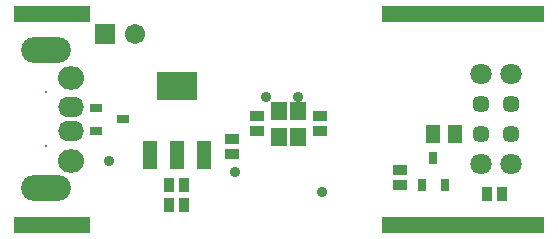
<source format=gbs>
%FSTAX23Y23*%
%MOIN*%
%SFA1B1*%

%IPPOS*%
%ADD21R,0.255000X0.055000*%
%ADD22R,0.541650X0.055000*%
%ADD23R,0.035560X0.045400*%
%ADD24R,0.045400X0.035560*%
%ADD28O,0.086740X0.076900*%
%ADD29O,0.086740X0.067060*%
%ADD30C,0.008000*%
%ADD31O,0.165480X0.086740*%
%ADD32C,0.070990*%
%ADD33C,0.057210*%
%ADD34R,0.067060X0.067060*%
%ADD35C,0.067060*%
%ADD36C,0.035560*%
%ADD52R,0.045400X0.063120*%
%ADD53R,0.031620X0.043430*%
%ADD54R,0.043430X0.031620*%
%ADD55R,0.055240X0.063120*%
%ADD56R,0.135950X0.092650*%
%ADD57R,0.047370X0.092650*%
%LNmidi_stick-1*%
%LPD*%
G54D21*
X02957Y02582D03*
Y03287D03*
G54D22*
X0433Y03287D03*
X04329Y02582D03*
G54D23*
X0446Y02685D03*
X04409D03*
X03349Y02715D03*
X034D03*
X03349Y0265D03*
X034D03*
G54D24*
X0412Y02765D03*
Y02714D03*
X0356Y0287D03*
Y02819D03*
X03852Y02945D03*
Y02894D03*
X03642Y02945D03*
Y02894D03*
G54D28*
X03021Y03072D03*
Y02797D03*
G54D29*
X03021Y02974D03*
Y02895D03*
G54D30*
X02939Y02844D03*
Y03025D03*
G54D31*
X02939Y02704D03*
Y03165D03*
G54D32*
X0439Y03085D03*
Y02785D03*
X0449D03*
Y03085D03*
G54D33*
X0439Y02985D03*
Y02885D03*
X0449D03*
Y02985D03*
G54D34*
X03135Y0322D03*
G54D35*
X03235Y0322D03*
G54D36*
X0357Y02758D03*
X0315Y02797D03*
X0386Y02693D03*
X0378Y0301D03*
X03672D03*
G54D52*
X04301Y02885D03*
X04228D03*
G54D53*
X0423Y02805D03*
X04192Y02714D03*
X04267D03*
G54D54*
X03195Y02935D03*
X03104Y02972D03*
Y02897D03*
G54D55*
X03778Y02876D03*
X03715D03*
X03778Y02963D03*
X03715D03*
G54D56*
X03375Y03045D03*
G54D57*
X03284Y02814D03*
X03375D03*
X03465D03*
M02*
</source>
